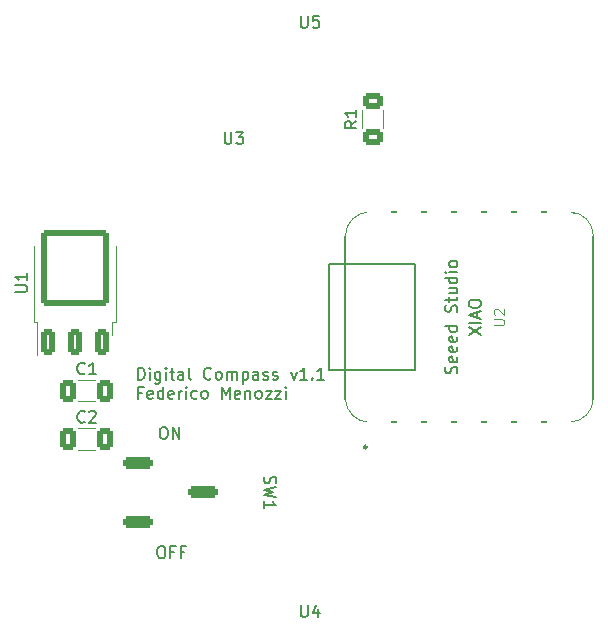
<source format=gto>
%TF.GenerationSoftware,KiCad,Pcbnew,7.0.1*%
%TF.CreationDate,2023-05-06T14:01:27-04:00*%
%TF.ProjectId,digital_compass,64696769-7461-46c5-9f63-6f6d70617373,rev?*%
%TF.SameCoordinates,Original*%
%TF.FileFunction,Legend,Top*%
%TF.FilePolarity,Positive*%
%FSLAX46Y46*%
G04 Gerber Fmt 4.6, Leading zero omitted, Abs format (unit mm)*
G04 Created by KiCad (PCBNEW 7.0.1) date 2023-05-06 14:01:27*
%MOMM*%
%LPD*%
G01*
G04 APERTURE LIST*
G04 Aperture macros list*
%AMRoundRect*
0 Rectangle with rounded corners*
0 $1 Rounding radius*
0 $2 $3 $4 $5 $6 $7 $8 $9 X,Y pos of 4 corners*
0 Add a 4 corners polygon primitive as box body*
4,1,4,$2,$3,$4,$5,$6,$7,$8,$9,$2,$3,0*
0 Add four circle primitives for the rounded corners*
1,1,$1+$1,$2,$3*
1,1,$1+$1,$4,$5*
1,1,$1+$1,$6,$7*
1,1,$1+$1,$8,$9*
0 Add four rect primitives between the rounded corners*
20,1,$1+$1,$2,$3,$4,$5,0*
20,1,$1+$1,$4,$5,$6,$7,0*
20,1,$1+$1,$6,$7,$8,$9,0*
20,1,$1+$1,$8,$9,$2,$3,0*%
G04 Aperture macros list end*
%ADD10C,0.150000*%
%ADD11C,0.101600*%
%ADD12C,0.120000*%
%ADD13C,0.025400*%
%ADD14C,0.254000*%
%ADD15C,0.127000*%
%ADD16C,1.700000*%
%ADD17RoundRect,0.250000X0.625000X-0.400000X0.625000X0.400000X-0.625000X0.400000X-0.625000X-0.400000X0*%
%ADD18RoundRect,0.250000X0.350000X-0.850000X0.350000X0.850000X-0.350000X0.850000X-0.350000X-0.850000X0*%
%ADD19RoundRect,0.249997X2.650003X-2.950003X2.650003X2.950003X-2.650003X2.950003X-2.650003X-2.950003X0*%
%ADD20RoundRect,0.250000X-0.412500X-0.650000X0.412500X-0.650000X0.412500X0.650000X-0.412500X0.650000X0*%
%ADD21R,2.300000X1.300000*%
%ADD22C,1.500000*%
%ADD23R,2.000000X3.000000*%
%ADD24RoundRect,0.250000X-1.000000X0.250000X-1.000000X-0.250000X1.000000X-0.250000X1.000000X0.250000X0*%
%ADD25C,2.600000*%
%ADD26R,3.000000X3.000000*%
%ADD27C,3.000000*%
G04 APERTURE END LIST*
D10*
X87328571Y-119877619D02*
X87519047Y-119877619D01*
X87519047Y-119877619D02*
X87614285Y-119925238D01*
X87614285Y-119925238D02*
X87709523Y-120020476D01*
X87709523Y-120020476D02*
X87757142Y-120210952D01*
X87757142Y-120210952D02*
X87757142Y-120544285D01*
X87757142Y-120544285D02*
X87709523Y-120734761D01*
X87709523Y-120734761D02*
X87614285Y-120830000D01*
X87614285Y-120830000D02*
X87519047Y-120877619D01*
X87519047Y-120877619D02*
X87328571Y-120877619D01*
X87328571Y-120877619D02*
X87233333Y-120830000D01*
X87233333Y-120830000D02*
X87138095Y-120734761D01*
X87138095Y-120734761D02*
X87090476Y-120544285D01*
X87090476Y-120544285D02*
X87090476Y-120210952D01*
X87090476Y-120210952D02*
X87138095Y-120020476D01*
X87138095Y-120020476D02*
X87233333Y-119925238D01*
X87233333Y-119925238D02*
X87328571Y-119877619D01*
X88519047Y-120353809D02*
X88185714Y-120353809D01*
X88185714Y-120877619D02*
X88185714Y-119877619D01*
X88185714Y-119877619D02*
X88661904Y-119877619D01*
X89376190Y-120353809D02*
X89042857Y-120353809D01*
X89042857Y-120877619D02*
X89042857Y-119877619D01*
X89042857Y-119877619D02*
X89519047Y-119877619D01*
X87528571Y-109777619D02*
X87719047Y-109777619D01*
X87719047Y-109777619D02*
X87814285Y-109825238D01*
X87814285Y-109825238D02*
X87909523Y-109920476D01*
X87909523Y-109920476D02*
X87957142Y-110110952D01*
X87957142Y-110110952D02*
X87957142Y-110444285D01*
X87957142Y-110444285D02*
X87909523Y-110634761D01*
X87909523Y-110634761D02*
X87814285Y-110730000D01*
X87814285Y-110730000D02*
X87719047Y-110777619D01*
X87719047Y-110777619D02*
X87528571Y-110777619D01*
X87528571Y-110777619D02*
X87433333Y-110730000D01*
X87433333Y-110730000D02*
X87338095Y-110634761D01*
X87338095Y-110634761D02*
X87290476Y-110444285D01*
X87290476Y-110444285D02*
X87290476Y-110110952D01*
X87290476Y-110110952D02*
X87338095Y-109920476D01*
X87338095Y-109920476D02*
X87433333Y-109825238D01*
X87433333Y-109825238D02*
X87528571Y-109777619D01*
X88385714Y-110777619D02*
X88385714Y-109777619D01*
X88385714Y-109777619D02*
X88957142Y-110777619D01*
X88957142Y-110777619D02*
X88957142Y-109777619D01*
X85438095Y-105757619D02*
X85438095Y-104757619D01*
X85438095Y-104757619D02*
X85676190Y-104757619D01*
X85676190Y-104757619D02*
X85819047Y-104805238D01*
X85819047Y-104805238D02*
X85914285Y-104900476D01*
X85914285Y-104900476D02*
X85961904Y-104995714D01*
X85961904Y-104995714D02*
X86009523Y-105186190D01*
X86009523Y-105186190D02*
X86009523Y-105329047D01*
X86009523Y-105329047D02*
X85961904Y-105519523D01*
X85961904Y-105519523D02*
X85914285Y-105614761D01*
X85914285Y-105614761D02*
X85819047Y-105710000D01*
X85819047Y-105710000D02*
X85676190Y-105757619D01*
X85676190Y-105757619D02*
X85438095Y-105757619D01*
X86438095Y-105757619D02*
X86438095Y-105090952D01*
X86438095Y-104757619D02*
X86390476Y-104805238D01*
X86390476Y-104805238D02*
X86438095Y-104852857D01*
X86438095Y-104852857D02*
X86485714Y-104805238D01*
X86485714Y-104805238D02*
X86438095Y-104757619D01*
X86438095Y-104757619D02*
X86438095Y-104852857D01*
X87342856Y-105090952D02*
X87342856Y-105900476D01*
X87342856Y-105900476D02*
X87295237Y-105995714D01*
X87295237Y-105995714D02*
X87247618Y-106043333D01*
X87247618Y-106043333D02*
X87152380Y-106090952D01*
X87152380Y-106090952D02*
X87009523Y-106090952D01*
X87009523Y-106090952D02*
X86914285Y-106043333D01*
X87342856Y-105710000D02*
X87247618Y-105757619D01*
X87247618Y-105757619D02*
X87057142Y-105757619D01*
X87057142Y-105757619D02*
X86961904Y-105710000D01*
X86961904Y-105710000D02*
X86914285Y-105662380D01*
X86914285Y-105662380D02*
X86866666Y-105567142D01*
X86866666Y-105567142D02*
X86866666Y-105281428D01*
X86866666Y-105281428D02*
X86914285Y-105186190D01*
X86914285Y-105186190D02*
X86961904Y-105138571D01*
X86961904Y-105138571D02*
X87057142Y-105090952D01*
X87057142Y-105090952D02*
X87247618Y-105090952D01*
X87247618Y-105090952D02*
X87342856Y-105138571D01*
X87819047Y-105757619D02*
X87819047Y-105090952D01*
X87819047Y-104757619D02*
X87771428Y-104805238D01*
X87771428Y-104805238D02*
X87819047Y-104852857D01*
X87819047Y-104852857D02*
X87866666Y-104805238D01*
X87866666Y-104805238D02*
X87819047Y-104757619D01*
X87819047Y-104757619D02*
X87819047Y-104852857D01*
X88152380Y-105090952D02*
X88533332Y-105090952D01*
X88295237Y-104757619D02*
X88295237Y-105614761D01*
X88295237Y-105614761D02*
X88342856Y-105710000D01*
X88342856Y-105710000D02*
X88438094Y-105757619D01*
X88438094Y-105757619D02*
X88533332Y-105757619D01*
X89295237Y-105757619D02*
X89295237Y-105233809D01*
X89295237Y-105233809D02*
X89247618Y-105138571D01*
X89247618Y-105138571D02*
X89152380Y-105090952D01*
X89152380Y-105090952D02*
X88961904Y-105090952D01*
X88961904Y-105090952D02*
X88866666Y-105138571D01*
X89295237Y-105710000D02*
X89199999Y-105757619D01*
X89199999Y-105757619D02*
X88961904Y-105757619D01*
X88961904Y-105757619D02*
X88866666Y-105710000D01*
X88866666Y-105710000D02*
X88819047Y-105614761D01*
X88819047Y-105614761D02*
X88819047Y-105519523D01*
X88819047Y-105519523D02*
X88866666Y-105424285D01*
X88866666Y-105424285D02*
X88961904Y-105376666D01*
X88961904Y-105376666D02*
X89199999Y-105376666D01*
X89199999Y-105376666D02*
X89295237Y-105329047D01*
X89914285Y-105757619D02*
X89819047Y-105710000D01*
X89819047Y-105710000D02*
X89771428Y-105614761D01*
X89771428Y-105614761D02*
X89771428Y-104757619D01*
X91628571Y-105662380D02*
X91580952Y-105710000D01*
X91580952Y-105710000D02*
X91438095Y-105757619D01*
X91438095Y-105757619D02*
X91342857Y-105757619D01*
X91342857Y-105757619D02*
X91200000Y-105710000D01*
X91200000Y-105710000D02*
X91104762Y-105614761D01*
X91104762Y-105614761D02*
X91057143Y-105519523D01*
X91057143Y-105519523D02*
X91009524Y-105329047D01*
X91009524Y-105329047D02*
X91009524Y-105186190D01*
X91009524Y-105186190D02*
X91057143Y-104995714D01*
X91057143Y-104995714D02*
X91104762Y-104900476D01*
X91104762Y-104900476D02*
X91200000Y-104805238D01*
X91200000Y-104805238D02*
X91342857Y-104757619D01*
X91342857Y-104757619D02*
X91438095Y-104757619D01*
X91438095Y-104757619D02*
X91580952Y-104805238D01*
X91580952Y-104805238D02*
X91628571Y-104852857D01*
X92200000Y-105757619D02*
X92104762Y-105710000D01*
X92104762Y-105710000D02*
X92057143Y-105662380D01*
X92057143Y-105662380D02*
X92009524Y-105567142D01*
X92009524Y-105567142D02*
X92009524Y-105281428D01*
X92009524Y-105281428D02*
X92057143Y-105186190D01*
X92057143Y-105186190D02*
X92104762Y-105138571D01*
X92104762Y-105138571D02*
X92200000Y-105090952D01*
X92200000Y-105090952D02*
X92342857Y-105090952D01*
X92342857Y-105090952D02*
X92438095Y-105138571D01*
X92438095Y-105138571D02*
X92485714Y-105186190D01*
X92485714Y-105186190D02*
X92533333Y-105281428D01*
X92533333Y-105281428D02*
X92533333Y-105567142D01*
X92533333Y-105567142D02*
X92485714Y-105662380D01*
X92485714Y-105662380D02*
X92438095Y-105710000D01*
X92438095Y-105710000D02*
X92342857Y-105757619D01*
X92342857Y-105757619D02*
X92200000Y-105757619D01*
X92961905Y-105757619D02*
X92961905Y-105090952D01*
X92961905Y-105186190D02*
X93009524Y-105138571D01*
X93009524Y-105138571D02*
X93104762Y-105090952D01*
X93104762Y-105090952D02*
X93247619Y-105090952D01*
X93247619Y-105090952D02*
X93342857Y-105138571D01*
X93342857Y-105138571D02*
X93390476Y-105233809D01*
X93390476Y-105233809D02*
X93390476Y-105757619D01*
X93390476Y-105233809D02*
X93438095Y-105138571D01*
X93438095Y-105138571D02*
X93533333Y-105090952D01*
X93533333Y-105090952D02*
X93676190Y-105090952D01*
X93676190Y-105090952D02*
X93771429Y-105138571D01*
X93771429Y-105138571D02*
X93819048Y-105233809D01*
X93819048Y-105233809D02*
X93819048Y-105757619D01*
X94295238Y-105090952D02*
X94295238Y-106090952D01*
X94295238Y-105138571D02*
X94390476Y-105090952D01*
X94390476Y-105090952D02*
X94580952Y-105090952D01*
X94580952Y-105090952D02*
X94676190Y-105138571D01*
X94676190Y-105138571D02*
X94723809Y-105186190D01*
X94723809Y-105186190D02*
X94771428Y-105281428D01*
X94771428Y-105281428D02*
X94771428Y-105567142D01*
X94771428Y-105567142D02*
X94723809Y-105662380D01*
X94723809Y-105662380D02*
X94676190Y-105710000D01*
X94676190Y-105710000D02*
X94580952Y-105757619D01*
X94580952Y-105757619D02*
X94390476Y-105757619D01*
X94390476Y-105757619D02*
X94295238Y-105710000D01*
X95628571Y-105757619D02*
X95628571Y-105233809D01*
X95628571Y-105233809D02*
X95580952Y-105138571D01*
X95580952Y-105138571D02*
X95485714Y-105090952D01*
X95485714Y-105090952D02*
X95295238Y-105090952D01*
X95295238Y-105090952D02*
X95200000Y-105138571D01*
X95628571Y-105710000D02*
X95533333Y-105757619D01*
X95533333Y-105757619D02*
X95295238Y-105757619D01*
X95295238Y-105757619D02*
X95200000Y-105710000D01*
X95200000Y-105710000D02*
X95152381Y-105614761D01*
X95152381Y-105614761D02*
X95152381Y-105519523D01*
X95152381Y-105519523D02*
X95200000Y-105424285D01*
X95200000Y-105424285D02*
X95295238Y-105376666D01*
X95295238Y-105376666D02*
X95533333Y-105376666D01*
X95533333Y-105376666D02*
X95628571Y-105329047D01*
X96057143Y-105710000D02*
X96152381Y-105757619D01*
X96152381Y-105757619D02*
X96342857Y-105757619D01*
X96342857Y-105757619D02*
X96438095Y-105710000D01*
X96438095Y-105710000D02*
X96485714Y-105614761D01*
X96485714Y-105614761D02*
X96485714Y-105567142D01*
X96485714Y-105567142D02*
X96438095Y-105471904D01*
X96438095Y-105471904D02*
X96342857Y-105424285D01*
X96342857Y-105424285D02*
X96200000Y-105424285D01*
X96200000Y-105424285D02*
X96104762Y-105376666D01*
X96104762Y-105376666D02*
X96057143Y-105281428D01*
X96057143Y-105281428D02*
X96057143Y-105233809D01*
X96057143Y-105233809D02*
X96104762Y-105138571D01*
X96104762Y-105138571D02*
X96200000Y-105090952D01*
X96200000Y-105090952D02*
X96342857Y-105090952D01*
X96342857Y-105090952D02*
X96438095Y-105138571D01*
X96866667Y-105710000D02*
X96961905Y-105757619D01*
X96961905Y-105757619D02*
X97152381Y-105757619D01*
X97152381Y-105757619D02*
X97247619Y-105710000D01*
X97247619Y-105710000D02*
X97295238Y-105614761D01*
X97295238Y-105614761D02*
X97295238Y-105567142D01*
X97295238Y-105567142D02*
X97247619Y-105471904D01*
X97247619Y-105471904D02*
X97152381Y-105424285D01*
X97152381Y-105424285D02*
X97009524Y-105424285D01*
X97009524Y-105424285D02*
X96914286Y-105376666D01*
X96914286Y-105376666D02*
X96866667Y-105281428D01*
X96866667Y-105281428D02*
X96866667Y-105233809D01*
X96866667Y-105233809D02*
X96914286Y-105138571D01*
X96914286Y-105138571D02*
X97009524Y-105090952D01*
X97009524Y-105090952D02*
X97152381Y-105090952D01*
X97152381Y-105090952D02*
X97247619Y-105138571D01*
X98390477Y-105090952D02*
X98628572Y-105757619D01*
X98628572Y-105757619D02*
X98866667Y-105090952D01*
X99771429Y-105757619D02*
X99200001Y-105757619D01*
X99485715Y-105757619D02*
X99485715Y-104757619D01*
X99485715Y-104757619D02*
X99390477Y-104900476D01*
X99390477Y-104900476D02*
X99295239Y-104995714D01*
X99295239Y-104995714D02*
X99200001Y-105043333D01*
X100200001Y-105662380D02*
X100247620Y-105710000D01*
X100247620Y-105710000D02*
X100200001Y-105757619D01*
X100200001Y-105757619D02*
X100152382Y-105710000D01*
X100152382Y-105710000D02*
X100200001Y-105662380D01*
X100200001Y-105662380D02*
X100200001Y-105757619D01*
X101200000Y-105757619D02*
X100628572Y-105757619D01*
X100914286Y-105757619D02*
X100914286Y-104757619D01*
X100914286Y-104757619D02*
X100819048Y-104900476D01*
X100819048Y-104900476D02*
X100723810Y-104995714D01*
X100723810Y-104995714D02*
X100628572Y-105043333D01*
X85771428Y-106853809D02*
X85438095Y-106853809D01*
X85438095Y-107377619D02*
X85438095Y-106377619D01*
X85438095Y-106377619D02*
X85914285Y-106377619D01*
X86676190Y-107330000D02*
X86580952Y-107377619D01*
X86580952Y-107377619D02*
X86390476Y-107377619D01*
X86390476Y-107377619D02*
X86295238Y-107330000D01*
X86295238Y-107330000D02*
X86247619Y-107234761D01*
X86247619Y-107234761D02*
X86247619Y-106853809D01*
X86247619Y-106853809D02*
X86295238Y-106758571D01*
X86295238Y-106758571D02*
X86390476Y-106710952D01*
X86390476Y-106710952D02*
X86580952Y-106710952D01*
X86580952Y-106710952D02*
X86676190Y-106758571D01*
X86676190Y-106758571D02*
X86723809Y-106853809D01*
X86723809Y-106853809D02*
X86723809Y-106949047D01*
X86723809Y-106949047D02*
X86247619Y-107044285D01*
X87580952Y-107377619D02*
X87580952Y-106377619D01*
X87580952Y-107330000D02*
X87485714Y-107377619D01*
X87485714Y-107377619D02*
X87295238Y-107377619D01*
X87295238Y-107377619D02*
X87200000Y-107330000D01*
X87200000Y-107330000D02*
X87152381Y-107282380D01*
X87152381Y-107282380D02*
X87104762Y-107187142D01*
X87104762Y-107187142D02*
X87104762Y-106901428D01*
X87104762Y-106901428D02*
X87152381Y-106806190D01*
X87152381Y-106806190D02*
X87200000Y-106758571D01*
X87200000Y-106758571D02*
X87295238Y-106710952D01*
X87295238Y-106710952D02*
X87485714Y-106710952D01*
X87485714Y-106710952D02*
X87580952Y-106758571D01*
X88438095Y-107330000D02*
X88342857Y-107377619D01*
X88342857Y-107377619D02*
X88152381Y-107377619D01*
X88152381Y-107377619D02*
X88057143Y-107330000D01*
X88057143Y-107330000D02*
X88009524Y-107234761D01*
X88009524Y-107234761D02*
X88009524Y-106853809D01*
X88009524Y-106853809D02*
X88057143Y-106758571D01*
X88057143Y-106758571D02*
X88152381Y-106710952D01*
X88152381Y-106710952D02*
X88342857Y-106710952D01*
X88342857Y-106710952D02*
X88438095Y-106758571D01*
X88438095Y-106758571D02*
X88485714Y-106853809D01*
X88485714Y-106853809D02*
X88485714Y-106949047D01*
X88485714Y-106949047D02*
X88009524Y-107044285D01*
X88914286Y-107377619D02*
X88914286Y-106710952D01*
X88914286Y-106901428D02*
X88961905Y-106806190D01*
X88961905Y-106806190D02*
X89009524Y-106758571D01*
X89009524Y-106758571D02*
X89104762Y-106710952D01*
X89104762Y-106710952D02*
X89200000Y-106710952D01*
X89533334Y-107377619D02*
X89533334Y-106710952D01*
X89533334Y-106377619D02*
X89485715Y-106425238D01*
X89485715Y-106425238D02*
X89533334Y-106472857D01*
X89533334Y-106472857D02*
X89580953Y-106425238D01*
X89580953Y-106425238D02*
X89533334Y-106377619D01*
X89533334Y-106377619D02*
X89533334Y-106472857D01*
X90438095Y-107330000D02*
X90342857Y-107377619D01*
X90342857Y-107377619D02*
X90152381Y-107377619D01*
X90152381Y-107377619D02*
X90057143Y-107330000D01*
X90057143Y-107330000D02*
X90009524Y-107282380D01*
X90009524Y-107282380D02*
X89961905Y-107187142D01*
X89961905Y-107187142D02*
X89961905Y-106901428D01*
X89961905Y-106901428D02*
X90009524Y-106806190D01*
X90009524Y-106806190D02*
X90057143Y-106758571D01*
X90057143Y-106758571D02*
X90152381Y-106710952D01*
X90152381Y-106710952D02*
X90342857Y-106710952D01*
X90342857Y-106710952D02*
X90438095Y-106758571D01*
X91009524Y-107377619D02*
X90914286Y-107330000D01*
X90914286Y-107330000D02*
X90866667Y-107282380D01*
X90866667Y-107282380D02*
X90819048Y-107187142D01*
X90819048Y-107187142D02*
X90819048Y-106901428D01*
X90819048Y-106901428D02*
X90866667Y-106806190D01*
X90866667Y-106806190D02*
X90914286Y-106758571D01*
X90914286Y-106758571D02*
X91009524Y-106710952D01*
X91009524Y-106710952D02*
X91152381Y-106710952D01*
X91152381Y-106710952D02*
X91247619Y-106758571D01*
X91247619Y-106758571D02*
X91295238Y-106806190D01*
X91295238Y-106806190D02*
X91342857Y-106901428D01*
X91342857Y-106901428D02*
X91342857Y-107187142D01*
X91342857Y-107187142D02*
X91295238Y-107282380D01*
X91295238Y-107282380D02*
X91247619Y-107330000D01*
X91247619Y-107330000D02*
X91152381Y-107377619D01*
X91152381Y-107377619D02*
X91009524Y-107377619D01*
X92533334Y-107377619D02*
X92533334Y-106377619D01*
X92533334Y-106377619D02*
X92866667Y-107091904D01*
X92866667Y-107091904D02*
X93200000Y-106377619D01*
X93200000Y-106377619D02*
X93200000Y-107377619D01*
X94057143Y-107330000D02*
X93961905Y-107377619D01*
X93961905Y-107377619D02*
X93771429Y-107377619D01*
X93771429Y-107377619D02*
X93676191Y-107330000D01*
X93676191Y-107330000D02*
X93628572Y-107234761D01*
X93628572Y-107234761D02*
X93628572Y-106853809D01*
X93628572Y-106853809D02*
X93676191Y-106758571D01*
X93676191Y-106758571D02*
X93771429Y-106710952D01*
X93771429Y-106710952D02*
X93961905Y-106710952D01*
X93961905Y-106710952D02*
X94057143Y-106758571D01*
X94057143Y-106758571D02*
X94104762Y-106853809D01*
X94104762Y-106853809D02*
X94104762Y-106949047D01*
X94104762Y-106949047D02*
X93628572Y-107044285D01*
X94533334Y-106710952D02*
X94533334Y-107377619D01*
X94533334Y-106806190D02*
X94580953Y-106758571D01*
X94580953Y-106758571D02*
X94676191Y-106710952D01*
X94676191Y-106710952D02*
X94819048Y-106710952D01*
X94819048Y-106710952D02*
X94914286Y-106758571D01*
X94914286Y-106758571D02*
X94961905Y-106853809D01*
X94961905Y-106853809D02*
X94961905Y-107377619D01*
X95580953Y-107377619D02*
X95485715Y-107330000D01*
X95485715Y-107330000D02*
X95438096Y-107282380D01*
X95438096Y-107282380D02*
X95390477Y-107187142D01*
X95390477Y-107187142D02*
X95390477Y-106901428D01*
X95390477Y-106901428D02*
X95438096Y-106806190D01*
X95438096Y-106806190D02*
X95485715Y-106758571D01*
X95485715Y-106758571D02*
X95580953Y-106710952D01*
X95580953Y-106710952D02*
X95723810Y-106710952D01*
X95723810Y-106710952D02*
X95819048Y-106758571D01*
X95819048Y-106758571D02*
X95866667Y-106806190D01*
X95866667Y-106806190D02*
X95914286Y-106901428D01*
X95914286Y-106901428D02*
X95914286Y-107187142D01*
X95914286Y-107187142D02*
X95866667Y-107282380D01*
X95866667Y-107282380D02*
X95819048Y-107330000D01*
X95819048Y-107330000D02*
X95723810Y-107377619D01*
X95723810Y-107377619D02*
X95580953Y-107377619D01*
X96247620Y-106710952D02*
X96771429Y-106710952D01*
X96771429Y-106710952D02*
X96247620Y-107377619D01*
X96247620Y-107377619D02*
X96771429Y-107377619D01*
X97057144Y-106710952D02*
X97580953Y-106710952D01*
X97580953Y-106710952D02*
X97057144Y-107377619D01*
X97057144Y-107377619D02*
X97580953Y-107377619D01*
X97961906Y-107377619D02*
X97961906Y-106710952D01*
X97961906Y-106377619D02*
X97914287Y-106425238D01*
X97914287Y-106425238D02*
X97961906Y-106472857D01*
X97961906Y-106472857D02*
X98009525Y-106425238D01*
X98009525Y-106425238D02*
X97961906Y-106377619D01*
X97961906Y-106377619D02*
X97961906Y-106472857D01*
%TO.C,U4*%
X99238095Y-124862619D02*
X99238095Y-125672142D01*
X99238095Y-125672142D02*
X99285714Y-125767380D01*
X99285714Y-125767380D02*
X99333333Y-125815000D01*
X99333333Y-125815000D02*
X99428571Y-125862619D01*
X99428571Y-125862619D02*
X99619047Y-125862619D01*
X99619047Y-125862619D02*
X99714285Y-125815000D01*
X99714285Y-125815000D02*
X99761904Y-125767380D01*
X99761904Y-125767380D02*
X99809523Y-125672142D01*
X99809523Y-125672142D02*
X99809523Y-124862619D01*
X100714285Y-125195952D02*
X100714285Y-125862619D01*
X100476190Y-124815000D02*
X100238095Y-125529285D01*
X100238095Y-125529285D02*
X100857142Y-125529285D01*
%TO.C,R1*%
X103942619Y-83866666D02*
X103466428Y-84199999D01*
X103942619Y-84438094D02*
X102942619Y-84438094D01*
X102942619Y-84438094D02*
X102942619Y-84057142D01*
X102942619Y-84057142D02*
X102990238Y-83961904D01*
X102990238Y-83961904D02*
X103037857Y-83914285D01*
X103037857Y-83914285D02*
X103133095Y-83866666D01*
X103133095Y-83866666D02*
X103275952Y-83866666D01*
X103275952Y-83866666D02*
X103371190Y-83914285D01*
X103371190Y-83914285D02*
X103418809Y-83961904D01*
X103418809Y-83961904D02*
X103466428Y-84057142D01*
X103466428Y-84057142D02*
X103466428Y-84438094D01*
X103942619Y-82914285D02*
X103942619Y-83485713D01*
X103942619Y-83199999D02*
X102942619Y-83199999D01*
X102942619Y-83199999D02*
X103085476Y-83295237D01*
X103085476Y-83295237D02*
X103180714Y-83390475D01*
X103180714Y-83390475D02*
X103228333Y-83485713D01*
%TO.C,U1*%
X75062619Y-98321904D02*
X75872142Y-98321904D01*
X75872142Y-98321904D02*
X75967380Y-98274285D01*
X75967380Y-98274285D02*
X76015000Y-98226666D01*
X76015000Y-98226666D02*
X76062619Y-98131428D01*
X76062619Y-98131428D02*
X76062619Y-97940952D01*
X76062619Y-97940952D02*
X76015000Y-97845714D01*
X76015000Y-97845714D02*
X75967380Y-97798095D01*
X75967380Y-97798095D02*
X75872142Y-97750476D01*
X75872142Y-97750476D02*
X75062619Y-97750476D01*
X76062619Y-96750476D02*
X76062619Y-97321904D01*
X76062619Y-97036190D02*
X75062619Y-97036190D01*
X75062619Y-97036190D02*
X75205476Y-97131428D01*
X75205476Y-97131428D02*
X75300714Y-97226666D01*
X75300714Y-97226666D02*
X75348333Y-97321904D01*
%TO.C,C1*%
X80933333Y-105217380D02*
X80885714Y-105265000D01*
X80885714Y-105265000D02*
X80742857Y-105312619D01*
X80742857Y-105312619D02*
X80647619Y-105312619D01*
X80647619Y-105312619D02*
X80504762Y-105265000D01*
X80504762Y-105265000D02*
X80409524Y-105169761D01*
X80409524Y-105169761D02*
X80361905Y-105074523D01*
X80361905Y-105074523D02*
X80314286Y-104884047D01*
X80314286Y-104884047D02*
X80314286Y-104741190D01*
X80314286Y-104741190D02*
X80361905Y-104550714D01*
X80361905Y-104550714D02*
X80409524Y-104455476D01*
X80409524Y-104455476D02*
X80504762Y-104360238D01*
X80504762Y-104360238D02*
X80647619Y-104312619D01*
X80647619Y-104312619D02*
X80742857Y-104312619D01*
X80742857Y-104312619D02*
X80885714Y-104360238D01*
X80885714Y-104360238D02*
X80933333Y-104407857D01*
X81885714Y-105312619D02*
X81314286Y-105312619D01*
X81600000Y-105312619D02*
X81600000Y-104312619D01*
X81600000Y-104312619D02*
X81504762Y-104455476D01*
X81504762Y-104455476D02*
X81409524Y-104550714D01*
X81409524Y-104550714D02*
X81314286Y-104598333D01*
D11*
%TO.C,U2*%
X115562269Y-101147333D02*
X116281936Y-101147333D01*
X116281936Y-101147333D02*
X116366602Y-101105000D01*
X116366602Y-101105000D02*
X116408936Y-101062666D01*
X116408936Y-101062666D02*
X116451269Y-100978000D01*
X116451269Y-100978000D02*
X116451269Y-100808666D01*
X116451269Y-100808666D02*
X116408936Y-100724000D01*
X116408936Y-100724000D02*
X116366602Y-100681666D01*
X116366602Y-100681666D02*
X116281936Y-100639333D01*
X116281936Y-100639333D02*
X115562269Y-100639333D01*
X115646936Y-100258333D02*
X115604602Y-100216000D01*
X115604602Y-100216000D02*
X115562269Y-100131333D01*
X115562269Y-100131333D02*
X115562269Y-99919667D01*
X115562269Y-99919667D02*
X115604602Y-99835000D01*
X115604602Y-99835000D02*
X115646936Y-99792667D01*
X115646936Y-99792667D02*
X115731602Y-99750333D01*
X115731602Y-99750333D02*
X115816269Y-99750333D01*
X115816269Y-99750333D02*
X115943269Y-99792667D01*
X115943269Y-99792667D02*
X116451269Y-100300667D01*
X116451269Y-100300667D02*
X116451269Y-99750333D01*
D10*
X113462619Y-101993808D02*
X114462619Y-101327142D01*
X113462619Y-101327142D02*
X114462619Y-101993808D01*
X114462619Y-100946189D02*
X113462619Y-100946189D01*
X114176904Y-100517618D02*
X114176904Y-100041428D01*
X114462619Y-100612856D02*
X113462619Y-100279523D01*
X113462619Y-100279523D02*
X114462619Y-99946190D01*
X113462619Y-99422380D02*
X113462619Y-99231904D01*
X113462619Y-99231904D02*
X113510238Y-99136666D01*
X113510238Y-99136666D02*
X113605476Y-99041428D01*
X113605476Y-99041428D02*
X113795952Y-98993809D01*
X113795952Y-98993809D02*
X114129285Y-98993809D01*
X114129285Y-98993809D02*
X114319761Y-99041428D01*
X114319761Y-99041428D02*
X114415000Y-99136666D01*
X114415000Y-99136666D02*
X114462619Y-99231904D01*
X114462619Y-99231904D02*
X114462619Y-99422380D01*
X114462619Y-99422380D02*
X114415000Y-99517618D01*
X114415000Y-99517618D02*
X114319761Y-99612856D01*
X114319761Y-99612856D02*
X114129285Y-99660475D01*
X114129285Y-99660475D02*
X113795952Y-99660475D01*
X113795952Y-99660475D02*
X113605476Y-99612856D01*
X113605476Y-99612856D02*
X113510238Y-99517618D01*
X113510238Y-99517618D02*
X113462619Y-99422380D01*
X112415000Y-105231904D02*
X112462619Y-105089047D01*
X112462619Y-105089047D02*
X112462619Y-104850952D01*
X112462619Y-104850952D02*
X112415000Y-104755714D01*
X112415000Y-104755714D02*
X112367380Y-104708095D01*
X112367380Y-104708095D02*
X112272142Y-104660476D01*
X112272142Y-104660476D02*
X112176904Y-104660476D01*
X112176904Y-104660476D02*
X112081666Y-104708095D01*
X112081666Y-104708095D02*
X112034047Y-104755714D01*
X112034047Y-104755714D02*
X111986428Y-104850952D01*
X111986428Y-104850952D02*
X111938809Y-105041428D01*
X111938809Y-105041428D02*
X111891190Y-105136666D01*
X111891190Y-105136666D02*
X111843571Y-105184285D01*
X111843571Y-105184285D02*
X111748333Y-105231904D01*
X111748333Y-105231904D02*
X111653095Y-105231904D01*
X111653095Y-105231904D02*
X111557857Y-105184285D01*
X111557857Y-105184285D02*
X111510238Y-105136666D01*
X111510238Y-105136666D02*
X111462619Y-105041428D01*
X111462619Y-105041428D02*
X111462619Y-104803333D01*
X111462619Y-104803333D02*
X111510238Y-104660476D01*
X112415000Y-103850952D02*
X112462619Y-103946190D01*
X112462619Y-103946190D02*
X112462619Y-104136666D01*
X112462619Y-104136666D02*
X112415000Y-104231904D01*
X112415000Y-104231904D02*
X112319761Y-104279523D01*
X112319761Y-104279523D02*
X111938809Y-104279523D01*
X111938809Y-104279523D02*
X111843571Y-104231904D01*
X111843571Y-104231904D02*
X111795952Y-104136666D01*
X111795952Y-104136666D02*
X111795952Y-103946190D01*
X111795952Y-103946190D02*
X111843571Y-103850952D01*
X111843571Y-103850952D02*
X111938809Y-103803333D01*
X111938809Y-103803333D02*
X112034047Y-103803333D01*
X112034047Y-103803333D02*
X112129285Y-104279523D01*
X112415000Y-102993809D02*
X112462619Y-103089047D01*
X112462619Y-103089047D02*
X112462619Y-103279523D01*
X112462619Y-103279523D02*
X112415000Y-103374761D01*
X112415000Y-103374761D02*
X112319761Y-103422380D01*
X112319761Y-103422380D02*
X111938809Y-103422380D01*
X111938809Y-103422380D02*
X111843571Y-103374761D01*
X111843571Y-103374761D02*
X111795952Y-103279523D01*
X111795952Y-103279523D02*
X111795952Y-103089047D01*
X111795952Y-103089047D02*
X111843571Y-102993809D01*
X111843571Y-102993809D02*
X111938809Y-102946190D01*
X111938809Y-102946190D02*
X112034047Y-102946190D01*
X112034047Y-102946190D02*
X112129285Y-103422380D01*
X112415000Y-102136666D02*
X112462619Y-102231904D01*
X112462619Y-102231904D02*
X112462619Y-102422380D01*
X112462619Y-102422380D02*
X112415000Y-102517618D01*
X112415000Y-102517618D02*
X112319761Y-102565237D01*
X112319761Y-102565237D02*
X111938809Y-102565237D01*
X111938809Y-102565237D02*
X111843571Y-102517618D01*
X111843571Y-102517618D02*
X111795952Y-102422380D01*
X111795952Y-102422380D02*
X111795952Y-102231904D01*
X111795952Y-102231904D02*
X111843571Y-102136666D01*
X111843571Y-102136666D02*
X111938809Y-102089047D01*
X111938809Y-102089047D02*
X112034047Y-102089047D01*
X112034047Y-102089047D02*
X112129285Y-102565237D01*
X112462619Y-101231904D02*
X111462619Y-101231904D01*
X112415000Y-101231904D02*
X112462619Y-101327142D01*
X112462619Y-101327142D02*
X112462619Y-101517618D01*
X112462619Y-101517618D02*
X112415000Y-101612856D01*
X112415000Y-101612856D02*
X112367380Y-101660475D01*
X112367380Y-101660475D02*
X112272142Y-101708094D01*
X112272142Y-101708094D02*
X111986428Y-101708094D01*
X111986428Y-101708094D02*
X111891190Y-101660475D01*
X111891190Y-101660475D02*
X111843571Y-101612856D01*
X111843571Y-101612856D02*
X111795952Y-101517618D01*
X111795952Y-101517618D02*
X111795952Y-101327142D01*
X111795952Y-101327142D02*
X111843571Y-101231904D01*
X112415000Y-100041427D02*
X112462619Y-99898570D01*
X112462619Y-99898570D02*
X112462619Y-99660475D01*
X112462619Y-99660475D02*
X112415000Y-99565237D01*
X112415000Y-99565237D02*
X112367380Y-99517618D01*
X112367380Y-99517618D02*
X112272142Y-99469999D01*
X112272142Y-99469999D02*
X112176904Y-99469999D01*
X112176904Y-99469999D02*
X112081666Y-99517618D01*
X112081666Y-99517618D02*
X112034047Y-99565237D01*
X112034047Y-99565237D02*
X111986428Y-99660475D01*
X111986428Y-99660475D02*
X111938809Y-99850951D01*
X111938809Y-99850951D02*
X111891190Y-99946189D01*
X111891190Y-99946189D02*
X111843571Y-99993808D01*
X111843571Y-99993808D02*
X111748333Y-100041427D01*
X111748333Y-100041427D02*
X111653095Y-100041427D01*
X111653095Y-100041427D02*
X111557857Y-99993808D01*
X111557857Y-99993808D02*
X111510238Y-99946189D01*
X111510238Y-99946189D02*
X111462619Y-99850951D01*
X111462619Y-99850951D02*
X111462619Y-99612856D01*
X111462619Y-99612856D02*
X111510238Y-99469999D01*
X111795952Y-99184284D02*
X111795952Y-98803332D01*
X111462619Y-99041427D02*
X112319761Y-99041427D01*
X112319761Y-99041427D02*
X112415000Y-98993808D01*
X112415000Y-98993808D02*
X112462619Y-98898570D01*
X112462619Y-98898570D02*
X112462619Y-98803332D01*
X111795952Y-98041427D02*
X112462619Y-98041427D01*
X111795952Y-98469998D02*
X112319761Y-98469998D01*
X112319761Y-98469998D02*
X112415000Y-98422379D01*
X112415000Y-98422379D02*
X112462619Y-98327141D01*
X112462619Y-98327141D02*
X112462619Y-98184284D01*
X112462619Y-98184284D02*
X112415000Y-98089046D01*
X112415000Y-98089046D02*
X112367380Y-98041427D01*
X112462619Y-97136665D02*
X111462619Y-97136665D01*
X112415000Y-97136665D02*
X112462619Y-97231903D01*
X112462619Y-97231903D02*
X112462619Y-97422379D01*
X112462619Y-97422379D02*
X112415000Y-97517617D01*
X112415000Y-97517617D02*
X112367380Y-97565236D01*
X112367380Y-97565236D02*
X112272142Y-97612855D01*
X112272142Y-97612855D02*
X111986428Y-97612855D01*
X111986428Y-97612855D02*
X111891190Y-97565236D01*
X111891190Y-97565236D02*
X111843571Y-97517617D01*
X111843571Y-97517617D02*
X111795952Y-97422379D01*
X111795952Y-97422379D02*
X111795952Y-97231903D01*
X111795952Y-97231903D02*
X111843571Y-97136665D01*
X112462619Y-96660474D02*
X111795952Y-96660474D01*
X111462619Y-96660474D02*
X111510238Y-96708093D01*
X111510238Y-96708093D02*
X111557857Y-96660474D01*
X111557857Y-96660474D02*
X111510238Y-96612855D01*
X111510238Y-96612855D02*
X111462619Y-96660474D01*
X111462619Y-96660474D02*
X111557857Y-96660474D01*
X112462619Y-96041427D02*
X112415000Y-96136665D01*
X112415000Y-96136665D02*
X112367380Y-96184284D01*
X112367380Y-96184284D02*
X112272142Y-96231903D01*
X112272142Y-96231903D02*
X111986428Y-96231903D01*
X111986428Y-96231903D02*
X111891190Y-96184284D01*
X111891190Y-96184284D02*
X111843571Y-96136665D01*
X111843571Y-96136665D02*
X111795952Y-96041427D01*
X111795952Y-96041427D02*
X111795952Y-95898570D01*
X111795952Y-95898570D02*
X111843571Y-95803332D01*
X111843571Y-95803332D02*
X111891190Y-95755713D01*
X111891190Y-95755713D02*
X111986428Y-95708094D01*
X111986428Y-95708094D02*
X112272142Y-95708094D01*
X112272142Y-95708094D02*
X112367380Y-95755713D01*
X112367380Y-95755713D02*
X112415000Y-95803332D01*
X112415000Y-95803332D02*
X112462619Y-95898570D01*
X112462619Y-95898570D02*
X112462619Y-96041427D01*
%TO.C,SW1*%
X96185000Y-113966667D02*
X96137380Y-114109524D01*
X96137380Y-114109524D02*
X96137380Y-114347619D01*
X96137380Y-114347619D02*
X96185000Y-114442857D01*
X96185000Y-114442857D02*
X96232619Y-114490476D01*
X96232619Y-114490476D02*
X96327857Y-114538095D01*
X96327857Y-114538095D02*
X96423095Y-114538095D01*
X96423095Y-114538095D02*
X96518333Y-114490476D01*
X96518333Y-114490476D02*
X96565952Y-114442857D01*
X96565952Y-114442857D02*
X96613571Y-114347619D01*
X96613571Y-114347619D02*
X96661190Y-114157143D01*
X96661190Y-114157143D02*
X96708809Y-114061905D01*
X96708809Y-114061905D02*
X96756428Y-114014286D01*
X96756428Y-114014286D02*
X96851666Y-113966667D01*
X96851666Y-113966667D02*
X96946904Y-113966667D01*
X96946904Y-113966667D02*
X97042142Y-114014286D01*
X97042142Y-114014286D02*
X97089761Y-114061905D01*
X97089761Y-114061905D02*
X97137380Y-114157143D01*
X97137380Y-114157143D02*
X97137380Y-114395238D01*
X97137380Y-114395238D02*
X97089761Y-114538095D01*
X97137380Y-114871429D02*
X96137380Y-115109524D01*
X96137380Y-115109524D02*
X96851666Y-115300000D01*
X96851666Y-115300000D02*
X96137380Y-115490476D01*
X96137380Y-115490476D02*
X97137380Y-115728572D01*
X96137380Y-116633333D02*
X96137380Y-116061905D01*
X96137380Y-116347619D02*
X97137380Y-116347619D01*
X97137380Y-116347619D02*
X96994523Y-116252381D01*
X96994523Y-116252381D02*
X96899285Y-116157143D01*
X96899285Y-116157143D02*
X96851666Y-116061905D01*
%TO.C,U3*%
X92788095Y-84812619D02*
X92788095Y-85622142D01*
X92788095Y-85622142D02*
X92835714Y-85717380D01*
X92835714Y-85717380D02*
X92883333Y-85765000D01*
X92883333Y-85765000D02*
X92978571Y-85812619D01*
X92978571Y-85812619D02*
X93169047Y-85812619D01*
X93169047Y-85812619D02*
X93264285Y-85765000D01*
X93264285Y-85765000D02*
X93311904Y-85717380D01*
X93311904Y-85717380D02*
X93359523Y-85622142D01*
X93359523Y-85622142D02*
X93359523Y-84812619D01*
X93740476Y-84812619D02*
X94359523Y-84812619D01*
X94359523Y-84812619D02*
X94026190Y-85193571D01*
X94026190Y-85193571D02*
X94169047Y-85193571D01*
X94169047Y-85193571D02*
X94264285Y-85241190D01*
X94264285Y-85241190D02*
X94311904Y-85288809D01*
X94311904Y-85288809D02*
X94359523Y-85384047D01*
X94359523Y-85384047D02*
X94359523Y-85622142D01*
X94359523Y-85622142D02*
X94311904Y-85717380D01*
X94311904Y-85717380D02*
X94264285Y-85765000D01*
X94264285Y-85765000D02*
X94169047Y-85812619D01*
X94169047Y-85812619D02*
X93883333Y-85812619D01*
X93883333Y-85812619D02*
X93788095Y-85765000D01*
X93788095Y-85765000D02*
X93740476Y-85717380D01*
%TO.C,C2*%
X80933333Y-109317380D02*
X80885714Y-109365000D01*
X80885714Y-109365000D02*
X80742857Y-109412619D01*
X80742857Y-109412619D02*
X80647619Y-109412619D01*
X80647619Y-109412619D02*
X80504762Y-109365000D01*
X80504762Y-109365000D02*
X80409524Y-109269761D01*
X80409524Y-109269761D02*
X80361905Y-109174523D01*
X80361905Y-109174523D02*
X80314286Y-108984047D01*
X80314286Y-108984047D02*
X80314286Y-108841190D01*
X80314286Y-108841190D02*
X80361905Y-108650714D01*
X80361905Y-108650714D02*
X80409524Y-108555476D01*
X80409524Y-108555476D02*
X80504762Y-108460238D01*
X80504762Y-108460238D02*
X80647619Y-108412619D01*
X80647619Y-108412619D02*
X80742857Y-108412619D01*
X80742857Y-108412619D02*
X80885714Y-108460238D01*
X80885714Y-108460238D02*
X80933333Y-108507857D01*
X81314286Y-108507857D02*
X81361905Y-108460238D01*
X81361905Y-108460238D02*
X81457143Y-108412619D01*
X81457143Y-108412619D02*
X81695238Y-108412619D01*
X81695238Y-108412619D02*
X81790476Y-108460238D01*
X81790476Y-108460238D02*
X81838095Y-108507857D01*
X81838095Y-108507857D02*
X81885714Y-108603095D01*
X81885714Y-108603095D02*
X81885714Y-108698333D01*
X81885714Y-108698333D02*
X81838095Y-108841190D01*
X81838095Y-108841190D02*
X81266667Y-109412619D01*
X81266667Y-109412619D02*
X81885714Y-109412619D01*
%TO.C,U5*%
X99238095Y-74962619D02*
X99238095Y-75772142D01*
X99238095Y-75772142D02*
X99285714Y-75867380D01*
X99285714Y-75867380D02*
X99333333Y-75915000D01*
X99333333Y-75915000D02*
X99428571Y-75962619D01*
X99428571Y-75962619D02*
X99619047Y-75962619D01*
X99619047Y-75962619D02*
X99714285Y-75915000D01*
X99714285Y-75915000D02*
X99761904Y-75867380D01*
X99761904Y-75867380D02*
X99809523Y-75772142D01*
X99809523Y-75772142D02*
X99809523Y-74962619D01*
X100761904Y-74962619D02*
X100285714Y-74962619D01*
X100285714Y-74962619D02*
X100238095Y-75438809D01*
X100238095Y-75438809D02*
X100285714Y-75391190D01*
X100285714Y-75391190D02*
X100380952Y-75343571D01*
X100380952Y-75343571D02*
X100619047Y-75343571D01*
X100619047Y-75343571D02*
X100714285Y-75391190D01*
X100714285Y-75391190D02*
X100761904Y-75438809D01*
X100761904Y-75438809D02*
X100809523Y-75534047D01*
X100809523Y-75534047D02*
X100809523Y-75772142D01*
X100809523Y-75772142D02*
X100761904Y-75867380D01*
X100761904Y-75867380D02*
X100714285Y-75915000D01*
X100714285Y-75915000D02*
X100619047Y-75962619D01*
X100619047Y-75962619D02*
X100380952Y-75962619D01*
X100380952Y-75962619D02*
X100285714Y-75915000D01*
X100285714Y-75915000D02*
X100238095Y-75867380D01*
D12*
%TO.C,R1*%
X104390000Y-84427064D02*
X104390000Y-82972936D01*
X106210000Y-84427064D02*
X106210000Y-82972936D01*
%TO.C,U1*%
X76650000Y-100870000D02*
X76920000Y-100870000D01*
X76920000Y-100870000D02*
X76920000Y-103700000D01*
X83280000Y-100870000D02*
X83280000Y-101970000D01*
X83550000Y-100870000D02*
X83280000Y-100870000D01*
X76650000Y-94450000D02*
X76650000Y-100870000D01*
X83550000Y-94450000D02*
X83550000Y-100870000D01*
%TO.C,C1*%
X80388748Y-105790000D02*
X81811252Y-105790000D01*
X80388748Y-107610000D02*
X81811252Y-107610000D01*
%TO.C,U2*%
D13*
X122070850Y-91582287D02*
X122119618Y-91585335D01*
X122168639Y-91589399D01*
X122217407Y-91594732D01*
X122266175Y-91601336D01*
X122314690Y-91608956D01*
X122362950Y-91617847D01*
X122410955Y-91627752D01*
X122021574Y-91580508D01*
X122070850Y-91582287D01*
X104938295Y-109357715D02*
X104889527Y-109354667D01*
X104840506Y-109350603D01*
X104938295Y-109357715D01*
D14*
X104827000Y-111470000D02*
G75*
G03*
X104827000Y-111470000I-127000J0D01*
G01*
D12*
X124000000Y-93570000D02*
G75*
G03*
X122000000Y-91570000I-2000000J0D01*
G01*
X105000000Y-91570000D02*
G75*
G03*
X103000000Y-93570000I44600J-2044600D01*
G01*
X122000000Y-109369999D02*
G75*
G03*
X123999999Y-107370000I-44857J2044856D01*
G01*
X103000001Y-107370000D02*
G75*
G03*
X105000000Y-109369999I2044611J44612D01*
G01*
D15*
X122000000Y-91570000D02*
X105000000Y-91570000D01*
X103000910Y-93570000D02*
X103000910Y-107370000D01*
X108929270Y-95970000D02*
X108929270Y-104970000D01*
X101575970Y-95970000D02*
X108929270Y-95970000D01*
X108929270Y-104970000D02*
X101575970Y-104970000D01*
X101575970Y-104970000D02*
X101575970Y-95970000D01*
X124000000Y-107370000D02*
X124000000Y-93570000D01*
X105000000Y-109370000D02*
X122000000Y-109370000D01*
D12*
%TO.C,C2*%
X80388748Y-109890000D02*
X81811252Y-109890000D01*
X80388748Y-111710000D02*
X81811252Y-111710000D01*
%TD*%
%LPC*%
D16*
%TO.C,U4*%
X105500000Y-123000000D03*
X105500000Y-120500000D03*
X105500000Y-118000000D03*
X105500000Y-115500000D03*
X105500000Y-113000000D03*
%TD*%
D17*
%TO.C,R1*%
X105300000Y-85250000D03*
X105300000Y-82150000D03*
%TD*%
D18*
%TO.C,U1*%
X77820000Y-102600000D03*
X80100000Y-102600000D03*
D19*
X80100000Y-96300000D03*
D18*
X82380000Y-102600000D03*
%TD*%
D20*
%TO.C,C1*%
X79537500Y-106700000D03*
X82662500Y-106700000D03*
%TD*%
D21*
%TO.C,U2*%
X122100000Y-99200000D03*
X122100000Y-101740000D03*
D22*
X107650000Y-99200000D03*
X107650000Y-101740000D03*
X105110000Y-99200000D03*
X105110000Y-101740000D03*
D23*
X105880000Y-91970000D03*
X108420000Y-91970000D03*
X110960000Y-91970000D03*
X113500000Y-91970000D03*
X116040000Y-91970000D03*
X118580000Y-91970000D03*
X121120000Y-91970000D03*
X121120000Y-108970000D03*
X118580000Y-108970000D03*
X116040000Y-108970000D03*
X113500000Y-108970000D03*
X110960000Y-108970000D03*
X108420000Y-108970000D03*
X105880000Y-108970000D03*
%TD*%
D24*
%TO.C,SW1*%
X85450000Y-112800000D03*
X90950000Y-115300000D03*
X85450000Y-117800000D03*
%TD*%
D16*
%TO.C,U3*%
X87300000Y-90800000D03*
X89800000Y-90800000D03*
X92300000Y-90800000D03*
X94800000Y-90800000D03*
X97300000Y-90800000D03*
X99800000Y-90800000D03*
X99800000Y-80900000D03*
X97300000Y-80900000D03*
X94800000Y-80900000D03*
X92300000Y-80900000D03*
X89800000Y-80900000D03*
X87300000Y-80900000D03*
%TD*%
D20*
%TO.C,C2*%
X79537500Y-110800000D03*
X82662500Y-110800000D03*
%TD*%
D16*
%TO.C,U5*%
X88000000Y-129100000D03*
X104500000Y-131200000D03*
X96000000Y-68700000D03*
X81000000Y-74800000D03*
X119500000Y-124800000D03*
X129500000Y-111200000D03*
%TD*%
D25*
%TO.C,BT1*%
X111000000Y-114750000D03*
X88800000Y-100000000D03*
X111000000Y-86750000D03*
D26*
X93550000Y-75850000D03*
D27*
X106250000Y-75850000D03*
%TD*%
M02*

</source>
